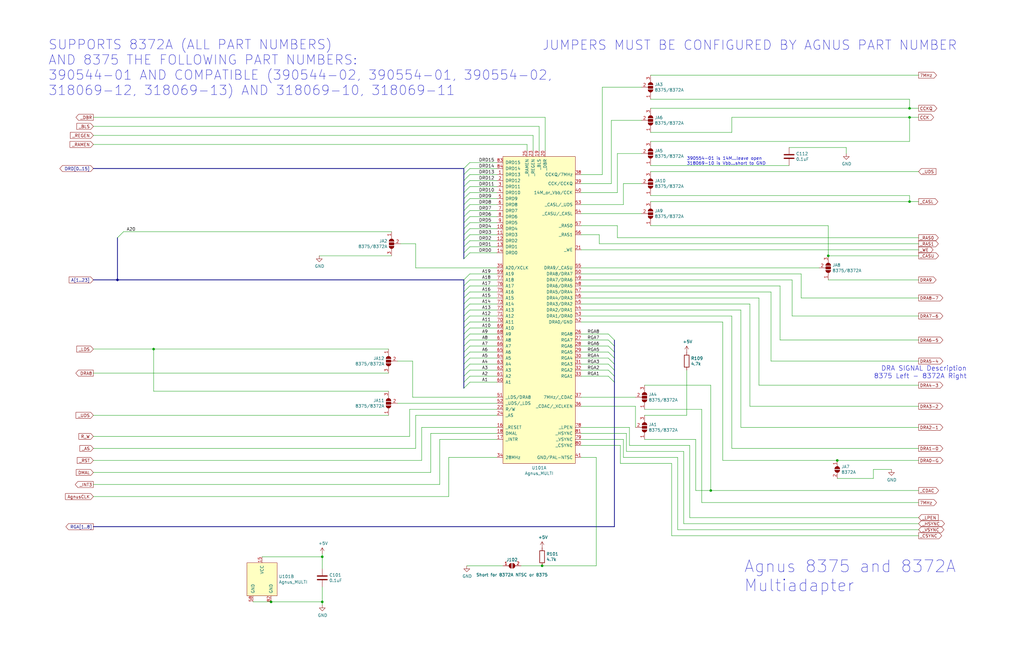
<source format=kicad_sch>
(kicad_sch (version 20230121) (generator eeschema)
  (paper "B")
  (title_block (title "Amiga 2000 EATX") (date "2023-03-10") (rev "3.0"))
  (lib_symbols
    (symbol "2000ATX-rescue:Agnus_MULTI-Amiga-Library" (pin_names (offset 1.016))
      (property "Reference" "U" (at 0 11.43 0))
      (property "Value" "Agnus_MULTI-Amiga-Library" (at 0 0 0))
      (symbol "Agnus_MULTI-Amiga-Library_1_1"
        (rectangle (start -15.24 59.69) (end 15.24 -69.85) (fill (type background)))
        (pin bidirectional line (at -17.78 52.07 0) (length 2.54) (name "DRD13") (number "1"))
        (pin bidirectional line (at -17.78 29.21 0) (length 2.54) (name "DRD4") (number "10"))
        (pin bidirectional line (at -17.78 26.67 0) (length 2.54) (name "DRD3") (number "11"))
        (pin bidirectional line (at -17.78 24.13 0) (length 2.54) (name "DRD2") (number "12"))
        (pin bidirectional line (at -17.78 21.59 0) (length 2.54) (name "DRD1") (number "13"))
        (pin bidirectional line (at -17.78 19.05 0) (length 2.54) (name "DRD0") (number "14"))
        (pin input line (at -17.78 -54.61 0) (length 2.54) (name "_RESET") (number "16"))
        (pin output line (at -17.78 -59.69 0) (length 2.54) (name "_INTR") (number "17"))
        (pin input line (at -17.78 -57.15 0) (length 2.54) (name "DMAL") (number "18"))
        (pin input line (at 0 62.23 270) (length 2.54) (name "_BLS") (number "19"))
        (pin bidirectional line (at -17.78 49.53 0) (length 2.54) (name "DRD12") (number "2"))
        (pin output line (at 2.54 62.23 270) (length 2.54) (name "_DBR") (number "20"))
        (pin output line (at 17.78 20.32 180) (length 2.54) (name "_WE") (number "21"))
        (pin input line (at -17.78 -46.99 0) (length 2.54) (name "R/W") (number "22"))
        (pin input line (at -2.54 62.23 270) (length 2.54) (name "_REGEN") (number "23"))
        (pin input line (at -17.78 -49.53 0) (length 2.54) (name "_AS") (number "24"))
        (pin input line (at -5.08 62.23 270) (length 2.54) (name "_RAMEN") (number "25"))
        (pin output line (at 17.78 -15.24 180) (length 2.54) (name "RGA8") (number "26"))
        (pin output line (at 17.78 -17.78 180) (length 2.54) (name "RGA7") (number "27"))
        (pin output line (at 17.78 -20.32 180) (length 2.54) (name "RGA6") (number "28"))
        (pin output line (at 17.78 -22.86 180) (length 2.54) (name "RGA5") (number "29"))
        (pin bidirectional line (at -17.78 46.99 0) (length 2.54) (name "DRD11") (number "3"))
        (pin output line (at 17.78 -25.4 180) (length 2.54) (name "RGA4") (number "30"))
        (pin output line (at 17.78 -27.94 180) (length 2.54) (name "RGA3") (number "31"))
        (pin output line (at 17.78 -30.48 180) (length 2.54) (name "RGA2") (number "32"))
        (pin output line (at 17.78 -33.02 180) (length 2.54) (name "RGA1") (number "33"))
        (pin output line (at -17.78 -67.31 0) (length 2.54) (name "28MHz") (number "34"))
        (pin bidirectional line (at -17.78 12.7 0) (length 2.54) (name "A20/XCLK") (number "35"))
        (pin output line (at 17.78 -45.72 180) (length 2.54) (name "_CDAC/_XCLEN") (number "36"))
        (pin output line (at 17.78 -41.91 180) (length 2.54) (name "7MHz/_CDAC") (number "37"))
        (pin output line (at 17.78 52.07 180) (length 2.54) (name "CCKQ/7MHz") (number "38"))
        (pin output line (at 17.78 48.26 180) (length 2.54) (name "CCK/CCKQ") (number "39"))
        (pin bidirectional line (at -17.78 44.45 0) (length 2.54) (name "DRD10") (number "4"))
        (pin output line (at 17.78 44.45 180) (length 2.54) (name "14M/CCK") (number "40"))
        (pin input line (at 17.78 -67.31 180) (length 2.54) (name "GND/PAL-NTSC") (number "41"))
        (pin output line (at 17.78 -10.16 180) (length 2.54) (name "DRA0/GND") (number "42"))
        (pin output line (at 17.78 -7.62 180) (length 2.54) (name "DRA1/DRA0") (number "43"))
        (pin output line (at 17.78 -5.08 180) (length 2.54) (name "DRA2/DRA1") (number "44"))
        (pin output line (at 17.78 -2.54 180) (length 2.54) (name "DRA3/DRA2") (number "45"))
        (pin output line (at 17.78 0 180) (length 2.54) (name "DRA4/DRA3") (number "46"))
        (pin output line (at 17.78 2.54 180) (length 2.54) (name "DRA5/DRA4") (number "47"))
        (pin output line (at 17.78 5.08 180) (length 2.54) (name "DRA6/DRA5") (number "48"))
        (pin output line (at 17.78 7.62 180) (length 2.54) (name "DRA7/DRA6") (number "49"))
        (pin bidirectional line (at -17.78 41.91 0) (length 2.54) (name "DRD9") (number "5"))
        (pin output line (at 17.78 10.16 180) (length 2.54) (name "DRA8/DRA7") (number "50"))
        (pin input line (at -17.78 -41.91 0) (length 2.54) (name "_LDS/DRA8") (number "51"))
        (pin input line (at -17.78 -44.45 0) (length 2.54) (name "_UDS/_LDS") (number "52"))
        (pin output line (at 17.78 39.37 180) (length 2.54) (name "_CASL/_UDS") (number "53"))
        (pin output line (at 17.78 35.56 180) (length 2.54) (name "_CASU/_CASL") (number "54"))
        (pin output line (at 17.78 12.7 180) (length 2.54) (name "DRA9/_CASU") (number "55"))
        (pin output line (at 17.78 26.67 180) (length 2.54) (name "_RAS1") (number "56"))
        (pin output line (at 17.78 30.48 180) (length 2.54) (name "_RAS0") (number "57"))
        (pin bidirectional line (at -17.78 10.16 0) (length 2.54) (name "A19") (number "59"))
        (pin bidirectional line (at -17.78 39.37 0) (length 2.54) (name "DRD8") (number "6"))
        (pin bidirectional line (at -17.78 -35.56 0) (length 2.54) (name "A1") (number "60"))
        (pin bidirectional line (at -17.78 -33.02 0) (length 2.54) (name "A2") (number "61"))
        (pin bidirectional line (at -17.78 -30.48 0) (length 2.54) (name "A3") (number "62"))
        (pin bidirectional line (at -17.78 -27.94 0) (length 2.54) (name "A4") (number "63"))
        (pin bidirectional line (at -17.78 -25.4 0) (length 2.54) (name "A5") (number "64"))
        (pin bidirectional line (at -17.78 -22.86 0) (length 2.54) (name "A6") (number "65"))
        (pin bidirectional line (at -17.78 -20.32 0) (length 2.54) (name "A7") (number "66"))
        (pin bidirectional line (at -17.78 -17.78 0) (length 2.54) (name "A8") (number "67"))
        (pin bidirectional line (at -17.78 -15.24 0) (length 2.54) (name "A9") (number "68"))
        (pin bidirectional line (at -17.78 -12.7 0) (length 2.54) (name "A10") (number "69"))
        (pin bidirectional line (at -17.78 36.83 0) (length 2.54) (name "DRD7") (number "7"))
        (pin bidirectional line (at -17.78 -10.16 0) (length 2.54) (name "A11") (number "70"))
        (pin bidirectional line (at -17.78 -7.62 0) (length 2.54) (name "A12") (number "71"))
        (pin bidirectional line (at -17.78 -5.08 0) (length 2.54) (name "A13") (number "72"))
        (pin bidirectional line (at -17.78 -2.54 0) (length 2.54) (name "A14") (number "73"))
        (pin bidirectional line (at -17.78 0 0) (length 2.54) (name "A15") (number "74"))
        (pin bidirectional line (at -17.78 2.54 0) (length 2.54) (name "A16") (number "75"))
        (pin bidirectional line (at -17.78 5.08 0) (length 2.54) (name "A17") (number "76"))
        (pin bidirectional line (at -17.78 7.62 0) (length 2.54) (name "A18") (number "77"))
        (pin input line (at 17.78 -54.61 180) (length 2.54) (name "_LPEN") (number "78"))
        (pin bidirectional line (at 17.78 -59.69 180) (length 2.54) (name "_VSYNC") (number "79"))
        (pin bidirectional line (at -17.78 34.29 0) (length 2.54) (name "DRD6") (number "8"))
        (pin output line (at 17.78 -62.23 180) (length 2.54) (name "_CSYNC") (number "80"))
        (pin bidirectional line (at 17.78 -57.15 180) (length 2.54) (name "_HSYNC") (number "81"))
        (pin bidirectional line (at -17.78 57.15 0) (length 2.54) (name "DRD15") (number "83"))
        (pin bidirectional line (at -17.78 54.61 0) (length 2.54) (name "DRD14") (number "84"))
        (pin bidirectional line (at -17.78 31.75 0) (length 2.54) (name "DRD5") (number "9"))
      )
      (symbol "Agnus_MULTI-Amiga-Library_2_1"
        (rectangle (start -6.35 6.35) (end 6.35 -7.62) (fill (type background)))
        (pin power_in line (at 0 8.89 270) (length 2.54) (name "VCC") (number "15"))
        (pin power_in line (at -3.81 -10.16 90) (length 2.54) (name "GND") (number "58"))
        (pin power_in line (at 3.81 -10.16 90) (length 2.54) (name "GND") (number "82"))
      )
    )
    (symbol "2000ATX-rescue:SolderJumper_3_Open-Jumper" (pin_names (offset 0) hide)
      (property "Reference" "JP" (at -2.54 -2.54 0))
      (property "Value" "Jumper_SolderJumper_3_Open" (at 0 2.794 0))
      (symbol "SolderJumper_3_Open-Jumper_0_1"
        (arc (start -1.016 1.016) (mid -2.0276 0) (end -1.016 -1.016))
        (arc (start -1.016 1.016) (mid -2.0276 0) (end -1.016 -1.016) (fill (type outline)))
        (rectangle (start -0.508 1.016) (end 0.508 -1.016) (fill (type outline)))
        (polyline (pts (xy -2.54 0) (xy -2.032 0)))
        (polyline (pts (xy -1.016 1.016) (xy -1.016 -1.016)))
        (polyline (pts (xy 0 -1.27) (xy 0 -1.016)))
        (polyline (pts (xy 1.016 1.016) (xy 1.016 -1.016)))
        (polyline (pts (xy 2.54 0) (xy 2.032 0)))
        (arc (start 1.016 -1.016) (mid 2.0276 0) (end 1.016 1.016))
        (arc (start 1.016 -1.016) (mid 2.0276 0) (end 1.016 1.016) (fill (type outline)))
      )
      (symbol "SolderJumper_3_Open-Jumper_1_1"
        (pin passive line (at -5.08 0 0) (length 2.54) (name "A") (number "1"))
        (pin input line (at 0 -3.81 90) (length 2.54) (name "C") (number "2"))
        (pin passive line (at 5.08 0 180) (length 2.54) (name "B") (number "3"))
      )
    )
    (symbol "Amiga-Library:Agnus_MULTI" (pin_names (offset 1.016))
      (property "Reference" "U" (at 0 11.43 0))
      (property "Value" "Agnus_MULTI" (at 0 0 0))
      (symbol "Agnus_MULTI_1_1"
        (rectangle (start -15.24 59.69) (end 15.24 -69.85) (fill (type background)))
        (pin bidirectional line (at -17.78 52.07 0) (length 2.54) (name "DRD13") (number "1"))
        (pin bidirectional line (at -17.78 29.21 0) (length 2.54) (name "DRD4") (number "10"))
        (pin bidirectional line (at -17.78 26.67 0) (length 2.54) (name "DRD3") (number "11"))
        (pin bidirectional line (at -17.78 24.13 0) (length 2.54) (name "DRD2") (number "12"))
        (pin bidirectional line (at -17.78 21.59 0) (length 2.54) (name "DRD1") (number "13"))
        (pin bidirectional line (at -17.78 19.05 0) (length 2.54) (name "DRD0") (number "14"))
        (pin input line (at -17.78 -54.61 0) (length 2.54) (name "_RESET") (number "16"))
        (pin output line (at -17.78 -59.69 0) (length 2.54) (name "_INTR") (number "17"))
        (pin input line (at -17.78 -57.15 0) (length 2.54) (name "DMAL") (number "18"))
        (pin input line (at 0 62.23 270) (length 2.54) (name "_BLS") (number "19"))
        (pin bidirectional line (at -17.78 49.53 0) (length 2.54) (name "DRD12") (number "2"))
        (pin output line (at 2.54 62.23 270) (length 2.54) (name "_DBR") (number "20"))
        (pin output line (at 17.78 20.32 180) (length 2.54) (name "_WE") (number "21"))
        (pin input line (at -17.78 -46.99 0) (length 2.54) (name "R/W") (number "22"))
        (pin input line (at -2.54 62.23 270) (length 2.54) (name "_REGEN") (number "23"))
        (pin input line (at -17.78 -49.53 0) (length 2.54) (name "_AS") (number "24"))
        (pin input line (at -5.08 62.23 270) (length 2.54) (name "_RAMEN") (number "25"))
        (pin output line (at 17.78 -15.24 180) (length 2.54) (name "RGA8") (number "26"))
        (pin output line (at 17.78 -17.78 180) (length 2.54) (name "RGA7") (number "27"))
        (pin output line (at 17.78 -20.32 180) (length 2.54) (name "RGA6") (number "28"))
        (pin output line (at 17.78 -22.86 180) (length 2.54) (name "RGA5") (number "29"))
        (pin bidirectional line (at -17.78 46.99 0) (length 2.54) (name "DRD11") (number "3"))
        (pin output line (at 17.78 -25.4 180) (length 2.54) (name "RGA4") (number "30"))
        (pin output line (at 17.78 -27.94 180) (length 2.54) (name "RGA3") (number "31"))
        (pin output line (at 17.78 -30.48 180) (length 2.54) (name "RGA2") (number "32"))
        (pin output line (at 17.78 -33.02 180) (length 2.54) (name "RGA1") (number "33"))
        (pin output line (at -17.78 -67.31 0) (length 2.54) (name "28MHz") (number "34"))
        (pin bidirectional line (at -17.78 12.7 0) (length 2.54) (name "A20/XCLK") (number "35"))
        (pin output line (at 17.78 -45.72 180) (length 2.54) (name "_CDAC/_XCLKEN") (number "36"))
        (pin output line (at 17.78 -41.91 180) (length 2.54) (name "7MHz/_CDAC") (number "37"))
        (pin output line (at 17.78 52.07 180) (length 2.54) (name "CCKQ/7MHz") (number "38"))
        (pin output line (at 17.78 48.26 180) (length 2.54) (name "CCK/CCKQ") (number "39"))
        (pin bidirectional line (at -17.78 44.45 0) (length 2.54) (name "DRD10") (number "4"))
        (pin output line (at 17.78 44.45 180) (length 2.54) (name "14M_or_Vbb/CCK") (number "40"))
        (pin input line (at 17.78 -67.31 180) (length 2.54) (name "GND/PAL-NTSC") (number "41"))
        (pin output line (at 17.78 -10.16 180) (length 2.54) (name "DRA0/GND") (number "42"))
        (pin output line (at 17.78 -7.62 180) (length 2.54) (name "DRA1/DRA0") (number "43"))
        (pin output line (at 17.78 -5.08 180) (length 2.54) (name "DRA2/DRA1") (number "44"))
        (pin output line (at 17.78 -2.54 180) (length 2.54) (name "DRA3/DRA2") (number "45"))
        (pin output line (at 17.78 0 180) (length 2.54) (name "DRA4/DRA3") (number "46"))
        (pin output line (at 17.78 2.54 180) (length 2.54) (name "DRA5/DRA4") (number "47"))
        (pin output line (at 17.78 5.08 180) (length 2.54) (name "DRA6/DRA5") (number "48"))
        (pin output line (at 17.78 7.62 180) (length 2.54) (name "DRA7/DRA6") (number "49"))
        (pin bidirectional line (at -17.78 41.91 0) (length 2.54) (name "DRD9") (number "5"))
        (pin output line (at 17.78 10.16 180) (length 2.54) (name "DRA8/DRA7") (number "50"))
        (pin input line (at -17.78 -41.91 0) (length 2.54) (name "_LDS/DRA8") (number "51"))
        (pin input line (at -17.78 -44.45 0) (length 2.54) (name "_UDS/_LDS") (number "52"))
        (pin output line (at 17.78 39.37 180) (length 2.54) (name "_CASL/_UDS") (number "53"))
        (pin output line (at 17.78 35.56 180) (length 2.54) (name "_CASU/_CASL") (number "54"))
        (pin output line (at 17.78 12.7 180) (length 2.54) (name "DRA9/_CASU") (number "55"))
        (pin output line (at 17.78 26.67 180) (length 2.54) (name "_RAS1") (number "56"))
        (pin output line (at 17.78 30.48 180) (length 2.54) (name "_RAS0") (number "57"))
        (pin bidirectional line (at -17.78 10.16 0) (length 2.54) (name "A19") (number "59"))
        (pin bidirectional line (at -17.78 39.37 0) (length 2.54) (name "DRD8") (number "6"))
        (pin bidirectional line (at -17.78 -35.56 0) (length 2.54) (name "A1") (number "60"))
        (pin bidirectional line (at -17.78 -33.02 0) (length 2.54) (name "A2") (number "61"))
        (pin bidirectional line (at -17.78 -30.48 0) (length 2.54) (name "A3") (number "62"))
        (pin bidirectional line (at -17.78 -27.94 0) (length 2.54) (name "A4") (number "63"))
        (pin bidirectional line (at -17.78 -25.4 0) (length 2.54) (name "A5") (number "64"))
        (pin bidirectional line (at -17.78 -22.86 0) (length 2.54) (name "A6") (number "65"))
        (pin bidirectional line (at -17.78 -20.32 0) (length 2.54) (name "A7") (number "66"))
        (pin bidirectional line (at -17.78 -17.78 0) (length 2.54) (name "A8") (number "67"))
        (pin bidirectional line (at -17.78 -15.24 0) (length 2.54) (name "A9") (number "68"))
        (pin bidirectional line (at -17.78 -12.7 0) (length 2.54) (name "A10") (number "69"))
        (pin bidirectional line (at -17.78 36.83 0) (length 2.54) (name "DRD7") (number "7"))
        (pin bidirectional line (at -17.78 -10.16 0) (length 2.54) (name "A11") (number "70"))
        (pin bidirectional line (at -17.78 -7.62 0) (length 2.54) (name "A12") (number "71"))
        (pin bidirectional line (at -17.78 -5.08 0) (length 2.54) (name "A13") (number "72"))
        (pin bidirectional line (at -17.78 -2.54 0) (length 2.54) (name "A14") (number "73"))
        (pin bidirectional line (at -17.78 0 0) (length 2.54) (name "A15") (number "74"))
        (pin bidirectional line (at -17.78 2.54 0) (length 2.54) (name "A16") (number "75"))
        (pin bidirectional line (at -17.78 5.08 0) (length 2.54) (name "A17") (number "76"))
        (pin bidirectional line (at -17.78 7.62 0) (length 2.54) (name "A18") (number "77"))
        (pin input line (at 17.78 -54.61 180) (length 2.54) (name "_LPEN") (number "78"))
        (pin bidirectional line (at 17.78 -59.69 180) (length 2.54) (name "_VSYNC") (number "79"))
        (pin bidirectional line (at -17.78 34.29 0) (length 2.54) (name "DRD6") (number "8"))
        (pin output line (at 17.78 -62.23 180) (length 2.54) (name "_CSYNC") (number "80"))
        (pin bidirectional line (at 17.78 -57.15 180) (length 2.54) (name "_HSYNC") (number "81"))
        (pin bidirectional line (at -17.78 57.15 0) (length 2.54) (name "DRD15") (number "83"))
        (pin bidirectional line (at -17.78 54.61 0) (length 2.54) (name "DRD14") (number "84"))
        (pin bidirectional line (at -17.78 31.75 0) (length 2.54) (name "DRD5") (number "9"))
      )
      (symbol "Agnus_MULTI_2_1"
        (rectangle (start -6.35 6.35) (end 6.35 -7.62) (fill (type background)))
        (pin power_in line (at 0 8.89 270) (length 2.54) (name "VCC") (number "15"))
        (pin power_in line (at -3.81 -10.16 90) (length 2.54) (name "GND") (number "58"))
        (pin power_in line (at 3.81 -10.16 90) (length 2.54) (name "GND") (number "82"))
      )
    )
    (symbol "Device:C" (pin_numbers hide) (pin_names (offset 0.254))
      (property "Reference" "C" (at 0.635 2.54 0))
      (property "Value" "C" (at 0.635 -2.54 0))
      (symbol "C_0_1"
        (polyline (pts (xy -2.032 -0.762) (xy 2.032 -0.762)) (stroke (width 0.508)))
        (polyline (pts (xy -2.032 0.762) (xy 2.032 0.762)) (stroke (width 0.508)))
      )
      (symbol "C_1_1"
        (pin passive line (at 0 3.81 270) (length 2.794) (name "~") (number "1"))
        (pin passive line (at 0 -3.81 90) (length 2.794) (name "~") (number "2"))
      )
    )
    (symbol "Device:R" (pin_numbers hide) (pin_names (offset 0))
      (property "Reference" "R" (at 2.032 0 90))
      (property "Value" "R" (at 0 0 90))
      (symbol "R_0_1"
        (rectangle (start -1.016 -2.54) (end 1.016 2.54) (stroke (width 0.254)))
      )
      (symbol "R_1_1"
        (pin passive line (at 0 3.81 270) (length 1.27) (name "~") (number "1"))
        (pin passive line (at 0 -3.81 90) (length 1.27) (name "~") (number "2"))
      )
    )
    (symbol "Jumper:SolderJumper_2_Open" (pin_names (offset 0) hide)
      (property "Reference" "JP" (at 0 2.032 0))
      (property "Value" "SolderJumper_2_Open" (at 0 -2.54 0))
      (symbol "SolderJumper_2_Open_0_1"
        (arc (start -0.254 1.016) (mid -1.2656 0) (end -0.254 -1.016))
        (arc (start -0.254 1.016) (mid -1.2656 0) (end -0.254 -1.016) (fill (type outline)))
        (polyline (pts (xy -0.254 1.016) (xy -0.254 -1.016)))
        (polyline (pts (xy 0.254 1.016) (xy 0.254 -1.016)))
        (arc (start 0.254 -1.016) (mid 1.2656 0) (end 0.254 1.016))
        (arc (start 0.254 -1.016) (mid 1.2656 0) (end 0.254 1.016) (fill (type outline)))
      )
      (symbol "SolderJumper_2_Open_1_1"
        (pin passive line (at -3.81 0 0) (length 2.54) (name "A") (number "1"))
        (pin passive line (at 3.81 0 180) (length 2.54) (name "B") (number "2"))
      )
    )
    (symbol "power:+5V" (power) (pin_names (offset 0))
      (property "Value" "+5V" (at 0 3.556 0))
      (symbol "+5V_0_1"
        (polyline (pts (xy -0.762 1.27) (xy 0 2.54)))
        (polyline (pts (xy 0 0) (xy 0 2.54)))
        (polyline (pts (xy 0 2.54) (xy 0.762 1.27)))
      )
      (symbol "+5V_1_1"
        (pin power_in line (at 0 0 90) (length 0) hide (name "+5V") (number "1"))
      )
    )
    (symbol "power:GND" (power) (pin_names (offset 0))
      (property "Value" "GND" (at 0 -3.81 0))
      (symbol "GND_0_1"
        (polyline (pts (xy 0 0) (xy 0 -1.27) (xy 1.27 -1.27) (xy 0 -2.54) (xy -1.27 -1.27) (xy 0 -1.27)))
      )
      (symbol "GND_1_1"
        (pin power_in line (at 0 0 270) (length 0) hide (name "GND") (number "1"))
      )
    )
  )
  (junction (at 353.06 194.31))
  (junction (at 114.3 254))
  (junction (at 383.54 45.72))
  (junction (at 228.6 238.76))
  (junction (at 135.89 234.95))
  (junction (at 299.72 207.01))
  (junction (at 64.77 147.32))
  (junction (at 49.53 118.11))
  (junction (at 383.54 85.09))
  (junction (at 135.89 254))
  (junction (at 383.54 49.53))
  (junction (at 349.25 107.95))
  (bus_entry (at 198.12 78.74) (size -2.54 2.54))
  (bus_entry (at 198.12 158.75) (size -2.54 2.54))
  (bus_entry (at 198.12 96.52) (size -2.54 2.54))
  (bus_entry (at 256.54 148.59) (size 2.54 2.54))
  (bus_entry (at 198.12 140.97) (size -2.54 2.54))
  (bus_entry (at 198.12 118.11) (size -2.54 2.54))
  (bus_entry (at 256.54 151.13) (size 2.54 2.54))
  (bus_entry (at 198.12 71.12) (size -2.54 2.54))
  (bus_entry (at 256.54 140.97) (size 2.54 2.54))
  (bus_entry (at 198.12 128.27) (size -2.54 2.54))
  (bus_entry (at 198.12 81.28) (size -2.54 2.54))
  (bus_entry (at 256.54 146.05) (size 2.54 2.54))
  (bus_entry (at 198.12 138.43) (size -2.54 2.54))
  (bus_entry (at 198.12 156.21) (size -2.54 2.54))
  (bus_entry (at 198.12 99.06) (size -2.54 2.54))
  (bus_entry (at 198.12 73.66) (size -2.54 2.54))
  (bus_entry (at 198.12 68.58) (size -2.54 2.54))
  (bus_entry (at 198.12 93.98) (size -2.54 2.54))
  (bus_entry (at 198.12 83.82) (size -2.54 2.54))
  (bus_entry (at 198.12 123.19) (size -2.54 2.54))
  (bus_entry (at 198.12 120.65) (size -2.54 2.54))
  (bus_entry (at 198.12 143.51) (size -2.54 2.54))
  (bus_entry (at 198.12 125.73) (size -2.54 2.54))
  (bus_entry (at 256.54 153.67) (size 2.54 2.54))
  (bus_entry (at 256.54 143.51) (size 2.54 2.54))
  (bus_entry (at 198.12 151.13) (size -2.54 2.54))
  (bus_entry (at 198.12 115.57) (size -2.54 2.54))
  (bus_entry (at 198.12 101.6) (size -2.54 2.54))
  (bus_entry (at 256.54 158.75) (size 2.54 2.54))
  (bus_entry (at 198.12 88.9) (size -2.54 2.54))
  (bus_entry (at 198.12 135.89) (size -2.54 2.54))
  (bus_entry (at 198.12 133.35) (size -2.54 2.54))
  (bus_entry (at 198.12 130.81) (size -2.54 2.54))
  (bus_entry (at 198.12 161.29) (size -2.54 2.54))
  (bus_entry (at 198.12 106.68) (size -2.54 2.54))
  (bus_entry (at 198.12 86.36) (size -2.54 2.54))
  (bus_entry (at 198.12 104.14) (size -2.54 2.54))
  (bus_entry (at 198.12 153.67) (size -2.54 2.54))
  (bus_entry (at 52.07 97.79) (size -2.54 2.54))
  (bus_entry (at 256.54 156.21) (size 2.54 2.54))
  (bus_entry (at 198.12 146.05) (size -2.54 2.54))
  (bus_entry (at 198.12 148.59) (size -2.54 2.54))
  (bus_entry (at 198.12 91.44) (size -2.54 2.54))
  (bus_entry (at 198.12 76.2) (size -2.54 2.54))
  (wire (pts (xy 245.11 193.04) (xy 251.46 193.04)))
  (wire (pts (xy 168.91 102.87) (xy 175.26 102.87)))
  (bus (pts (xy 259.08 158.75) (xy 259.08 161.29)))
  (wire (pts (xy 387.35 102.87) (xy 252.73 102.87)))
  (wire (pts (xy 308.61 55.88) (xy 308.61 49.53)))
  (wire (pts (xy 165.1 97.79) (xy 52.07 97.79)))
  (bus (pts (xy 195.58 71.12) (xy 39.37 71.12)))
  (wire (pts (xy 288.29 220.98) (xy 387.35 220.98)))
  (wire (pts (xy 163.83 157.48) (xy 39.37 157.48)))
  (wire (pts (xy 165.1 107.95) (xy 134.62 107.95)))
  (wire (pts (xy 209.55 130.81) (xy 198.12 130.81)))
  (wire (pts (xy 209.55 106.68) (xy 198.12 106.68)))
  (wire (pts (xy 312.42 180.34) (xy 387.35 180.34)))
  (wire (pts (xy 209.55 125.73) (xy 198.12 125.73)))
  (wire (pts (xy 245.11 167.64) (xy 267.97 167.64)))
  (wire (pts (xy 245.11 120.65) (xy 328.93 120.65)))
  (bus (pts (xy 195.58 91.44) (xy 195.58 93.98)))
  (wire (pts (xy 262.89 86.36) (xy 262.89 77.47)))
  (wire (pts (xy 289.56 175.26) (xy 289.56 156.21)))
  (bus (pts (xy 259.08 146.05) (xy 259.08 148.59)))
  (wire (pts (xy 332.74 62.23) (xy 356.87 62.23)))
  (wire (pts (xy 245.11 158.75) (xy 256.54 158.75)))
  (wire (pts (xy 163.83 175.26) (xy 39.37 175.26)))
  (bus (pts (xy 259.08 151.13) (xy 259.08 153.67)))
  (wire (pts (xy 288.29 190.5) (xy 288.29 220.98)))
  (wire (pts (xy 209.55 193.04) (xy 189.23 193.04)))
  (wire (pts (xy 387.35 125.73) (xy 337.82 125.73)))
  (wire (pts (xy 245.11 180.34) (xy 265.43 180.34)))
  (wire (pts (xy 257.81 77.47) (xy 257.81 50.8)))
  (bus (pts (xy 259.08 156.21) (xy 259.08 158.75)))
  (wire (pts (xy 245.11 86.36) (xy 262.89 86.36)))
  (wire (pts (xy 185.42 185.42) (xy 185.42 204.47)))
  (bus (pts (xy 195.58 101.6) (xy 195.58 104.14)))
  (wire (pts (xy 209.55 140.97) (xy 198.12 140.97)))
  (wire (pts (xy 387.35 189.23) (xy 308.61 189.23)))
  (wire (pts (xy 260.35 64.77) (xy 270.51 64.77)))
  (wire (pts (xy 181.61 182.88) (xy 181.61 199.39)))
  (wire (pts (xy 257.81 50.8) (xy 270.51 50.8)))
  (wire (pts (xy 356.87 64.77) (xy 356.87 62.23)))
  (wire (pts (xy 262.89 185.42) (xy 262.89 193.04)))
  (wire (pts (xy 245.11 77.47) (xy 257.81 77.47)))
  (wire (pts (xy 110.49 234.95) (xy 135.89 234.95)))
  (wire (pts (xy 261.62 187.96) (xy 261.62 195.58)))
  (wire (pts (xy 349.25 107.95) (xy 387.35 107.95)))
  (wire (pts (xy 334.01 133.35) (xy 334.01 118.11)))
  (wire (pts (xy 135.89 234.95) (xy 135.89 233.68)))
  (wire (pts (xy 209.55 118.11) (xy 198.12 118.11)))
  (wire (pts (xy 209.55 153.67) (xy 198.12 153.67)))
  (wire (pts (xy 135.89 247.65) (xy 135.89 254)))
  (wire (pts (xy 175.26 113.03) (xy 209.55 113.03)))
  (bus (pts (xy 195.58 99.06) (xy 195.58 101.6)))
  (wire (pts (xy 304.8 194.31) (xy 304.8 135.89)))
  (wire (pts (xy 308.61 189.23) (xy 308.61 133.35)))
  (wire (pts (xy 260.35 100.33) (xy 387.35 100.33)))
  (wire (pts (xy 254 36.83) (xy 270.51 36.83)))
  (wire (pts (xy 387.35 152.4) (xy 325.12 152.4)))
  (bus (pts (xy 195.58 78.74) (xy 195.58 81.28)))
  (wire (pts (xy 271.78 185.42) (xy 293.37 185.42)))
  (wire (pts (xy 252.73 99.06) (xy 245.11 99.06)))
  (bus (pts (xy 195.58 133.35) (xy 195.58 135.89)))
  (wire (pts (xy 383.54 45.72) (xy 387.35 45.72)))
  (wire (pts (xy 245.11 115.57) (xy 337.82 115.57)))
  (wire (pts (xy 222.25 63.5) (xy 222.25 60.96)))
  (bus (pts (xy 49.53 118.11) (xy 39.37 118.11)))
  (wire (pts (xy 274.32 31.75) (xy 387.35 31.75)))
  (wire (pts (xy 245.11 90.17) (xy 270.51 90.17)))
  (wire (pts (xy 177.8 180.34) (xy 177.8 194.31)))
  (bus (pts (xy 195.58 71.12) (xy 195.58 73.66)))
  (bus (pts (xy 195.58 125.73) (xy 195.58 128.27)))
  (wire (pts (xy 262.89 193.04) (xy 285.75 193.04)))
  (bus (pts (xy 259.08 148.59) (xy 259.08 151.13)))
  (wire (pts (xy 245.11 148.59) (xy 256.54 148.59)))
  (wire (pts (xy 209.55 76.2) (xy 198.12 76.2)))
  (wire (pts (xy 274.32 55.88) (xy 308.61 55.88)))
  (wire (pts (xy 64.77 147.32) (xy 39.37 147.32)))
  (wire (pts (xy 222.25 60.96) (xy 39.37 60.96)))
  (wire (pts (xy 209.55 115.57) (xy 198.12 115.57)))
  (wire (pts (xy 177.8 194.31) (xy 39.37 194.31)))
  (bus (pts (xy 259.08 161.29) (xy 259.08 222.25)))
  (bus (pts (xy 195.58 146.05) (xy 195.58 148.59)))
  (wire (pts (xy 274.32 45.72) (xy 383.54 45.72)))
  (wire (pts (xy 209.55 104.14) (xy 198.12 104.14)))
  (wire (pts (xy 163.83 165.1) (xy 64.77 165.1)))
  (bus (pts (xy 195.58 135.89) (xy 195.58 138.43)))
  (wire (pts (xy 368.3 198.12) (xy 375.92 198.12)))
  (bus (pts (xy 195.58 118.11) (xy 49.53 118.11)))
  (wire (pts (xy 316.23 171.45) (xy 316.23 128.27)))
  (wire (pts (xy 228.6 238.76) (xy 219.71 238.76)))
  (bus (pts (xy 195.58 104.14) (xy 195.58 106.68)))
  (bus (pts (xy 259.08 153.67) (xy 259.08 156.21)))
  (wire (pts (xy 267.97 180.34) (xy 267.97 171.45)))
  (wire (pts (xy 271.78 175.26) (xy 289.56 175.26)))
  (wire (pts (xy 283.21 195.58) (xy 283.21 226.06)))
  (bus (pts (xy 49.53 100.33) (xy 49.53 118.11)))
  (wire (pts (xy 320.04 162.56) (xy 387.35 162.56)))
  (wire (pts (xy 209.55 93.98) (xy 198.12 93.98)))
  (bus (pts (xy 259.08 143.51) (xy 259.08 146.05)))
  (bus (pts (xy 195.58 93.98) (xy 195.58 96.52)))
  (bus (pts (xy 195.58 76.2) (xy 195.58 78.74)))
  (wire (pts (xy 227.33 63.5) (xy 227.33 53.34)))
  (wire (pts (xy 173.99 167.64) (xy 173.99 152.4)))
  (bus (pts (xy 195.58 86.36) (xy 195.58 88.9)))
  (bus (pts (xy 195.58 130.81) (xy 195.58 133.35)))
  (wire (pts (xy 245.11 81.28) (xy 260.35 81.28)))
  (wire (pts (xy 227.33 53.34) (xy 39.37 53.34)))
  (wire (pts (xy 387.35 133.35) (xy 334.01 133.35)))
  (bus (pts (xy 195.58 73.66) (xy 195.58 76.2)))
  (wire (pts (xy 245.11 125.73) (xy 320.04 125.73)))
  (wire (pts (xy 264.16 190.5) (xy 288.29 190.5)))
  (wire (pts (xy 245.11 113.03) (xy 345.44 113.03)))
  (wire (pts (xy 261.62 195.58) (xy 283.21 195.58)))
  (wire (pts (xy 325.12 152.4) (xy 325.12 123.19)))
  (wire (pts (xy 267.97 171.45) (xy 245.11 171.45)))
  (wire (pts (xy 209.55 185.42) (xy 185.42 185.42)))
  (wire (pts (xy 328.93 143.51) (xy 387.35 143.51)))
  (wire (pts (xy 245.11 95.25) (xy 260.35 95.25)))
  (wire (pts (xy 251.46 193.04) (xy 251.46 238.76)))
  (wire (pts (xy 209.55 138.43) (xy 198.12 138.43)))
  (bus (pts (xy 195.58 161.29) (xy 195.58 163.83)))
  (wire (pts (xy 245.11 118.11) (xy 334.01 118.11)))
  (wire (pts (xy 209.55 158.75) (xy 198.12 158.75)))
  (wire (pts (xy 308.61 49.53) (xy 383.54 49.53)))
  (wire (pts (xy 209.55 133.35) (xy 198.12 133.35)))
  (wire (pts (xy 114.3 254) (xy 135.89 254)))
  (bus (pts (xy 195.58 143.51) (xy 195.58 146.05)))
  (wire (pts (xy 274.32 85.09) (xy 383.54 85.09)))
  (wire (pts (xy 285.75 193.04) (xy 285.75 223.52)))
  (wire (pts (xy 264.16 182.88) (xy 264.16 190.5)))
  (wire (pts (xy 328.93 120.65) (xy 328.93 143.51)))
  (wire (pts (xy 172.72 184.15) (xy 39.37 184.15)))
  (wire (pts (xy 368.3 201.93) (xy 368.3 198.12)))
  (wire (pts (xy 383.54 41.91) (xy 383.54 45.72)))
  (wire (pts (xy 209.55 81.28) (xy 198.12 81.28)))
  (wire (pts (xy 163.83 147.32) (xy 64.77 147.32)))
  (wire (pts (xy 209.55 68.58) (xy 198.12 68.58)))
  (wire (pts (xy 189.23 193.04) (xy 189.23 209.55)))
  (wire (pts (xy 271.78 172.72) (xy 295.91 172.72)))
  (bus (pts (xy 195.58 153.67) (xy 195.58 156.21)))
  (wire (pts (xy 64.77 147.32) (xy 64.77 165.1)))
  (wire (pts (xy 229.87 63.5) (xy 229.87 49.53)))
  (wire (pts (xy 299.72 162.56) (xy 299.72 207.01)))
  (wire (pts (xy 290.83 218.44) (xy 387.35 218.44)))
  (wire (pts (xy 209.55 167.64) (xy 173.99 167.64)))
  (wire (pts (xy 387.35 171.45) (xy 316.23 171.45)))
  (wire (pts (xy 189.23 209.55) (xy 39.37 209.55)))
  (wire (pts (xy 295.91 212.09) (xy 387.35 212.09)))
  (wire (pts (xy 383.54 82.55) (xy 383.54 85.09)))
  (bus (pts (xy 195.58 96.52) (xy 195.58 99.06)))
  (wire (pts (xy 312.42 130.81) (xy 312.42 180.34)))
  (wire (pts (xy 283.21 226.06) (xy 387.35 226.06)))
  (wire (pts (xy 274.32 95.25) (xy 349.25 95.25)))
  (wire (pts (xy 290.83 187.96) (xy 290.83 218.44)))
  (wire (pts (xy 245.11 133.35) (xy 308.61 133.35)))
  (wire (pts (xy 383.54 85.09) (xy 387.35 85.09)))
  (wire (pts (xy 209.55 172.72) (xy 172.72 172.72)))
  (wire (pts (xy 209.55 91.44) (xy 198.12 91.44)))
  (bus (pts (xy 195.58 128.27) (xy 195.58 130.81)))
  (wire (pts (xy 135.89 254) (xy 135.89 255.27)))
  (wire (pts (xy 260.35 81.28) (xy 260.35 64.77)))
  (wire (pts (xy 229.87 49.53) (xy 39.37 49.53)))
  (wire (pts (xy 285.75 223.52) (xy 387.35 223.52)))
  (wire (pts (xy 209.55 170.18) (xy 167.64 170.18)))
  (bus (pts (xy 259.08 222.25) (xy 39.37 222.25)))
  (wire (pts (xy 274.32 59.69) (xy 383.54 59.69)))
  (wire (pts (xy 209.55 182.88) (xy 181.61 182.88)))
  (bus (pts (xy 195.58 151.13) (xy 195.58 153.67)))
  (wire (pts (xy 209.55 151.13) (xy 198.12 151.13)))
  (wire (pts (xy 265.43 180.34) (xy 265.43 187.96)))
  (wire (pts (xy 245.11 187.96) (xy 261.62 187.96)))
  (wire (pts (xy 209.55 99.06) (xy 198.12 99.06)))
  (wire (pts (xy 209.55 148.59) (xy 198.12 148.59)))
  (wire (pts (xy 106.68 254) (xy 114.3 254)))
  (bus (pts (xy 195.58 158.75) (xy 195.58 161.29)))
  (wire (pts (xy 383.54 59.69) (xy 383.54 49.53)))
  (bus (pts (xy 195.58 106.68) (xy 195.58 109.22)))
  (wire (pts (xy 181.61 199.39) (xy 39.37 199.39)))
  (wire (pts (xy 175.26 102.87) (xy 175.26 113.03)))
  (wire (pts (xy 383.54 49.53) (xy 387.35 49.53)))
  (wire (pts (xy 271.78 162.56) (xy 299.72 162.56)))
  (wire (pts (xy 349.25 118.11) (xy 387.35 118.11)))
  (wire (pts (xy 245.11 182.88) (xy 264.16 182.88)))
  (wire (pts (xy 209.55 123.19) (xy 198.12 123.19)))
  (wire (pts (xy 209.55 120.65) (xy 198.12 120.65)))
  (wire (pts (xy 209.55 86.36) (xy 198.12 86.36)))
  (wire (pts (xy 295.91 172.72) (xy 295.91 212.09)))
  (wire (pts (xy 245.11 130.81) (xy 312.42 130.81)))
  (wire (pts (xy 212.09 238.76) (xy 196.85 238.76)))
  (wire (pts (xy 245.11 135.89) (xy 304.8 135.89)))
  (wire (pts (xy 209.55 71.12) (xy 198.12 71.12)))
  (wire (pts (xy 173.99 152.4) (xy 167.64 152.4)))
  (wire (pts (xy 175.26 189.23) (xy 39.37 189.23)))
  (bus (pts (xy 195.58 118.11) (xy 195.58 120.65)))
  (wire (pts (xy 245.11 156.21) (xy 256.54 156.21)))
  (wire (pts (xy 260.35 95.25) (xy 260.35 100.33)))
  (wire (pts (xy 337.82 125.73) (xy 337.82 115.57)))
  (wire (pts (xy 209.55 143.51) (xy 198.12 143.51)))
  (wire (pts (xy 135.89 240.03) (xy 135.89 234.95)))
  (wire (pts (xy 172.72 172.72) (xy 172.72 184.15)))
  (wire (pts (xy 320.04 162.56) (xy 320.04 125.73)))
  (wire (pts (xy 251.46 238.76) (xy 228.6 238.76)))
  (wire (pts (xy 209.55 180.34) (xy 177.8 180.34)))
  (wire (pts (xy 224.79 57.15) (xy 39.37 57.15)))
  (bus (pts (xy 195.58 88.9) (xy 195.58 91.44)))
  (wire (pts (xy 209.55 146.05) (xy 198.12 146.05)))
  (wire (pts (xy 262.89 77.47) (xy 270.51 77.47)))
  (wire (pts (xy 224.79 63.5) (xy 224.79 57.15)))
  (wire (pts (xy 353.06 194.31) (xy 387.35 194.31)))
  (wire (pts (xy 254 73.66) (xy 254 36.83)))
  (wire (pts (xy 209.55 88.9) (xy 198.12 88.9)))
  (wire (pts (xy 209.55 96.52) (xy 198.12 96.52)))
  (wire (pts (xy 185.42 204.47) (xy 39.37 204.47)))
  (wire (pts (xy 274.32 72.39) (xy 387.35 72.39)))
  (wire (pts (xy 245.11 140.97) (xy 256.54 140.97)))
  (bus (pts (xy 195.58 148.59) (xy 195.58 151.13)))
  (bus (pts (xy 195.58 123.19) (xy 195.58 125.73)))
  (wire (pts (xy 349.25 95.25) (xy 349.25 107.95)))
  (wire (pts (xy 209.55 135.89) (xy 198.12 135.89)))
  (wire (pts (xy 274.32 82.55) (xy 383.54 82.55)))
  (bus (pts (xy 195.58 140.97) (xy 195.58 143.51)))
  (wire (pts (xy 299.72 207.01) (xy 387.35 207.01)))
  (wire (pts (xy 209.55 83.82) (xy 198.12 83.82)))
  (wire (pts (xy 209.55 78.74) (xy 198.12 78.74)))
  (wire (pts (xy 293.37 185.42) (xy 293.37 207.01)))
  (bus (pts (xy 195.58 83.82) (xy 195.58 86.36)))
  (wire (pts (xy 274.32 41.91) (xy 383.54 41.91)))
  (bus (pts (xy 195.58 81.28) (xy 195.58 83.82)))
  (wire (pts (xy 209.55 73.66) (xy 198.12 73.66)))
  (wire (pts (xy 209.55 175.26) (xy 175.26 175.26)))
  (wire (pts (xy 299.72 207.01) (xy 293.37 207.01)))
  (wire (pts (xy 209.55 128.27) (xy 198.12 128.27)))
  (wire (pts (xy 245.11 123.19) (xy 325.12 123.19)))
  (wire (pts (xy 245.11 185.42) (xy 262.89 185.42)))
  (wire (pts (xy 245.11 151.13) (xy 256.54 151.13)))
  (wire (pts (xy 209.55 161.29) (xy 198.12 161.29)))
  (wire (pts (xy 245.11 73.66) (xy 254 73.66)))
  (bus (pts (xy 195.58 156.21) (xy 195.58 158.75)))
  (wire (pts (xy 245.11 146.05) (xy 256.54 146.05)))
  (wire (pts (xy 353.06 194.31) (xy 304.8 194.31)))
  (wire (pts (xy 245.11 105.41) (xy 387.35 105.41)))
  (wire (pts (xy 209.55 156.21) (xy 198.12 156.21)))
  (wire (pts (xy 332.74 69.85) (xy 274.32 69.85)))
  (wire (pts (xy 265.43 187.96) (xy 290.83 187.96)))
  (wire (pts (xy 209.55 101.6) (xy 198.12 101.6)))
  (wire (pts (xy 245.11 128.27) (xy 316.23 128.27)))
  (bus (pts (xy 195.58 120.65) (xy 195.58 123.19)))
  (wire (pts (xy 252.73 102.87) (xy 252.73 99.06)))
  (wire (pts (xy 245.11 153.67) (xy 256.54 153.67)))
  (wire (pts (xy 245.11 143.51) (xy 256.54 143.51)))
  (wire (pts (xy 175.26 175.26) (xy 175.26 189.23)))
  (wire (pts (xy 353.06 201.93) (xy 368.3 201.93)))
  (bus (pts (xy 195.58 138.43) (xy 195.58 140.97)))
  (text "390554-01 is 14M...leave open\n318069-10 is Vbb...short to GND" (at 289.56 69.85 0) (effects (font (size 1.2954 1.2954)) (justify left bottom)))
  (text "DRA SIGNAL Description\n8375 Left - 8372A Right" (at 407.67 160.02 0) (effects (font (size 2.0066 2.0066)) (justify right bottom)))
  (text "SUPPORTS 8372A (ALL PART NUMBERS)\nAND 8375 THE FOLLOWING PART NUMBERS:\n390544-01 AND COMPATIBLE (390544-02, 390554-01, 390554-02, \n318069-12, 318069-13) AND 318069-10, 318069-11" (at 20.32 40.64 0) (effects (font (size 3.9878 3.9878)) (justify left bottom)))
  (text "Agnus 8375 and 8372A\nMultiadapter" (at 313.69 250.19 0) (effects (font (size 5.0038 5.0038)) (justify left bottom)))
  (text "JUMPERS MUST BE CONFIGURED BY AGNUS PART NUMBER" (at 228.6 21.59 0) (effects (font (size 3.9878 3.9878)) (justify left bottom)))
  (label "DRD1" (at 201.93 104.14 0) (effects (font (size 1.2954 1.2954))))
  (label "DRD0" (at 201.93 106.68 0) (effects (font (size 1.2954 1.2954))))
  (label "DRD2" (at 201.93 101.6 0) (effects (font (size 1.2954 1.2954))))
  (label "A2" (at 203.2 158.75 0) (effects (font (size 1.2954 1.2954))))
  (label "RGA3" (at 247.65 153.67 0) (effects (font (size 1.2954 1.2954))))
  (label "RGA1" (at 247.65 158.75 0) (effects (font (size 1.2954 1.2954))))
  (label "DRD14" (at 201.93 71.12 0) (effects (font (size 1.2954 1.2954))))
  (label "A18" (at 203.2 118.11 0) (effects (font (size 1.2954 1.2954))))
  (label "A10" (at 203.2 138.43 0) (effects (font (size 1.2954 1.2954))))
  (label "DRD13" (at 201.93 73.66 0) (effects (font (size 1.2954 1.2954))))
  (label "DRD15" (at 201.93 68.58 0) (effects (font (size 1.2954 1.2954))))
  (label "A9" (at 203.2 140.97 0) (effects (font (size 1.2954 1.2954))))
  (label "A13" (at 203.2 130.81 0) (effects (font (size 1.2954 1.2954))))
  (label "A11" (at 203.2 135.89 0) (effects (font (size 1.2954 1.2954))))
  (label "A3" (at 203.2 156.21 0) (effects (font (size 1.2954 1.2954))))
  (label "A12" (at 203.2 133.35 0) (effects (font (size 1.2954 1.2954))))
  (label "A1" (at 203.2 161.29 0) (effects (font (size 1.2954 1.2954))))
  (label "DRD5" (at 201.93 93.98 0) (effects (font (size 1.2954 1.2954))))
  (label "DRD10" (at 201.93 81.28 0) (effects (font (size 1.2954 1.2954))))
  (label "DRD8" (at 201.93 86.36 0) (effects (font (size 1.2954 1.2954))))
  (label "DRD11" (at 201.93 78.74 0) (effects (font (size 1.2954 1.2954))))
  (label "A19" (at 203.2 115.57 0) (effects (font (size 1.2954 1.2954))))
  (label "A4" (at 203.2 153.67 0) (effects (font (size 1.2954 1.2954))))
  (label "DRD3" (at 201.93 99.06 0) (effects (font (size 1.2954 1.2954))))
  (label "A16" (at 203.2 123.19 0) (effects (font (size 1.2954 1.2954))))
  (label "A5" (at 203.2 151.13 0) (effects (font (size 1.2954 1.2954))))
  (label "DRD6" (at 201.93 91.44 0) (effects (font (size 1.2954 1.2954))))
  (label "DRD7" (at 201.93 88.9 0) (effects (font (size 1.2954 1.2954))))
  (label "A17" (at 203.2 120.65 0) (effects (font (size 1.2954 1.2954))))
  (label "RGA6" (at 247.65 146.05 0) (effects (font (size 1.2954 1.2954))))
  (label "A20" (at 57.15 97.79 180) (effects (font (size 1.2954 1.2954))))
  (label "DRD12" (at 201.93 76.2 0) (effects (font (size 1.2954 1.2954))))
  (label "RGA2" (at 247.65 156.21 0) (effects (font (size 1.2954 1.2954))))
  (label "DRD9" (at 201.93 83.82 0) (effects (font (size 1.2954 1.2954))))
  (label "RGA5" (at 247.65 148.59 0) (effects (font (size 1.2954 1.2954))))
  (label "A6" (at 203.2 148.59 0) (effects (font (size 1.2954 1.2954))))
  (label "A15" (at 203.2 125.73 0) (effects (font (size 1.2954 1.2954))))
  (label "RGA7" (at 247.65 143.51 0) (effects (font (size 1.2954 1.2954))))
  (label "A7" (at 203.2 146.05 0) (effects (font (size 1.2954 1.2954))))
  (label "A14" (at 203.2 128.27 0) (effects (font (size 1.2954 1.2954))))
  (label "RGA4" (at 247.65 151.13 0) (effects (font (size 1.2954 1.2954))))
  (label "RGA8" (at 247.65 140.97 0) (effects (font (size 1.2954 1.2954))))
  (label "A8" (at 203.2 143.51 0) (effects (font (size 1.2954 1.2954))))
  (label "DRD4" (at 201.93 96.52 0) (effects (font (size 1.2954 1.2954))))
  (global_label "_HSYNC" (shape bidirectional) (at 387.35 220.98 0) (effects (font (size 1.2954 1.2954))) (property "Intersheetrefs" "${INTERSHEET_REFS}" (effects hide)))
  (global_label "_RST" (shape input) (at 39.37 194.31 180) (property "Intersheetrefs" "${INTERSHEET_REFS}" (effects hide)))
  (global_label "_AS" (shape input) (at 39.37 189.23 180) (property "Intersheetrefs" "${INTERSHEET_REFS}" (effects hide)))
  (global_label "DRA4-3" (shape output) (at 387.35 162.56 0) (effects (font (size 1.2954 1.2954))) (property "Intersheetrefs" "${INTERSHEET_REFS}" (effects hide)))
  (global_label "_CASL" (shape output) (at 387.35 85.09 0) (effects (font (size 1.2954 1.2954))) (property "Intersheetrefs" "${INTERSHEET_REFS}" (effects hide)))
  (global_label "DRA6-5" (shape output) (at 387.35 143.51 0) (effects (font (size 1.2954 1.2954))) (property "Intersheetrefs" "${INTERSHEET_REFS}" (effects hide)))
  (global_label "DRA1-0" (shape output) (at 387.35 189.23 0) (effects (font (size 1.2954 1.2954))) (property "Intersheetrefs" "${INTERSHEET_REFS}" (effects hide)))
  (global_label "7MHz" (shape output) (at 387.35 31.75 0) (effects (font (size 1.2954 1.2954))) (property "Intersheetrefs" "${INTERSHEET_REFS}" (effects hide)))
  (global_label "7MHz" (shape output) (at 387.35 212.09 0) (effects (font (size 1.2954 1.2954))) (property "Intersheetrefs" "${INTERSHEET_REFS}" (effects hide)))
  (global_label "_UDS" (shape input) (at 39.37 175.26 180) (effects (font (size 1.2954 1.2954))) (property "Intersheetrefs" "${INTERSHEET_REFS}" (effects hide)))
  (global_label "_CDAC" (shape output) (at 387.35 207.01 0) (effects (font (size 1.2954 1.2954))) (property "Intersheetrefs" "${INTERSHEET_REFS}" (effects hide)))
  (global_label "_RAS1" (shape output) (at 387.35 102.87 0) (effects (font (size 1.2954 1.2954))) (property "Intersheetrefs" "${INTERSHEET_REFS}" (effects hide)))
  (global_label "_UDS" (shape input) (at 387.35 72.39 0) (effects (font (size 1.2954 1.2954))) (property "Intersheetrefs" "${INTERSHEET_REFS}" (effects hide)))
  (global_label "_BLS" (shape input) (at 39.37 53.34 180) (effects (font (size 1.2954 1.2954))) (property "Intersheetrefs" "${INTERSHEET_REFS}" (effects hide)))
  (global_label "DRA9" (shape output) (at 387.35 118.11 0) (effects (font (size 1.2954 1.2954))) (property "Intersheetrefs" "${INTERSHEET_REFS}" (effects hide)))
  (global_label "DRA8" (shape output) (at 39.37 157.48 180) (effects (font (size 1.2954 1.2954))) (property "Intersheetrefs" "${INTERSHEET_REFS}" (effects hide)))
  (global_label "_CASU" (shape output) (at 387.35 107.95 0) (effects (font (size 1.2954 1.2954))) (property "Intersheetrefs" "${INTERSHEET_REFS}" (effects hide)))
  (global_label "_LPEN" (shape input) (at 387.35 218.44 0) (effects (font (size 1.2954 1.2954))) (property "Intersheetrefs" "${INTERSHEET_REFS}" (effects hide)))
  (global_label "A[1..23]" (shape input) (at 39.37 118.11 180) (effects (font (size 1.2954 1.2954))) (property "Intersheetrefs" "${INTERSHEET_REFS}" (effects hide)))
  (global_label "DRA0-G" (shape output) (at 387.35 194.31 0) (effects (font (size 1.2954 1.2954))) (property "Intersheetrefs" "${INTERSHEET_REFS}" (effects hide)))
  (global_label "_DBR" (shape output) (at 39.37 49.53 180) (effects (font (size 1.2954 1.2954))) (property "Intersheetrefs" "${INTERSHEET_REFS}" (effects hide)))
  (global_label "DRA2-1" (shape output) (at 387.35 180.34 0) (effects (font (size 1.2954 1.2954))) (property "Intersheetrefs" "${INTERSHEET_REFS}" (effects hide)))
  (global_label "DRA8-7" (shape output) (at 387.35 125.73 0) (effects (font (size 1.2954 1.2954))) (property "Intersheetrefs" "${INTERSHEET_REFS}" (effects hide)))
  (global_label "_RAMEN" (shape input) (at 39.37 60.96 180) (effects (font (size 1.2954 1.2954))) (property "Intersheetrefs" "${INTERSHEET_REFS}" (effects hide)))
  (global_label "_INT3" (shape output) (at 39.37 204.47 180) (effects (font (size 1.2954 1.2954))) (property "Intersheetrefs" "${INTERSHEET_REFS}" (effects hide)))
  (global_label "DRD[0..15]" (shape bidirectional) (at 39.37 71.12 180) (effects (font (size 1.2954 1.2954))) (property "Intersheetrefs" "${INTERSHEET_REFS}" (effects hide)))
  (global_label "R_W" (shape input) (at 39.37 184.15 180) (property "Intersheetrefs" "${INTERSHEET_REFS}" (effects hide)))
  (global_label "DRA3-2" (shape output) (at 387.35 171.45 0) (effects (font (size 1.2954 1.2954))) (property "Intersheetrefs" "${INTERSHEET_REFS}" (effects hide)))
  (global_label "_LDS" (shape input) (at 39.37 147.32 180) (effects (font (size 1.2954 1.2954))) (property "Intersheetrefs" "${INTERSHEET_REFS}" (effects hide)))
  (global_label "CCKQ" (shape output) (at 387.35 45.72 0) (effects (font (size 1.2954 1.2954))) (property "Intersheetrefs" "${INTERSHEET_REFS}" (effects hide)))
  (global_label "_CSYNC" (shape output) (at 387.35 226.06 0) (effects (font (size 1.2954 1.2954))) (property "Intersheetrefs" "${INTERSHEET_REFS}" (effects hide)))
  (global_label "_WE" (shape output) (at 387.35 105.41 0) (effects (font (size 1.2954 1.2954))) (property "Intersheetrefs" "${INTERSHEET_REFS}" (effects hide)))
  (global_label "DMAL" (shape input) (at 39.37 199.39 180) (property "Intersheetrefs" "${INTERSHEET_REFS}" (effects hide)))
  (global_label "RGA[1..8]" (shape output) (at 39.37 222.25 180) (effects (font (size 1.2954 1.2954))) (property "Intersheetrefs" "${INTERSHEET_REFS}" (effects hide)))
  (global_label "CCK" (shape output) (at 387.35 49.53 0) (effects (font (size 1.2954 1.2954))) (property "Intersheetrefs" "${INTERSHEET_REFS}" (effects hide)))
  (global_label "DRA5-4" (shape output) (at 387.35 152.4 0) (effects (font (size 1.2954 1.2954))) (property "Intersheetrefs" "${INTERSHEET_REFS}" (effects hide)))
  (global_label "_REGEN" (shape input) (at 39.37 57.15 180) (effects (font (size 1.2954 1.2954))) (property "Intersheetrefs" "${INTERSHEET_REFS}" (effects hide)))
  (global_label "DRA7-6" (shape output) (at 387.35 133.35 0) (effects (font (size 1.2954 1.2954))) (property "Intersheetrefs" "${INTERSHEET_REFS}" (effects hide)))
  (global_label "_VSYNC" (shape bidirectional) (at 387.35 223.52 0) (effects (font (size 1.2954 1.2954))) (property "Intersheetrefs" "${INTERSHEET_REFS}" (effects hide)))
  (global_label "_RAS0" (shape output) (at 387.35 100.33 0) (effects (font (size 1.2954 1.2954))) (property "Intersheetrefs" "${INTERSHEET_REFS}" (effects hide)))
  (global_label "AgnusCLK" (shape input) (at 39.37 209.55 180) (effects (font (size 1.2954 1.2954))) (property "Intersheetrefs" "${INTERSHEET_REFS}" (effects hide)))
  (symbol (lib_id "2000ATX-rescue:SolderJumper_3_Open-Jumper") (at 349.25 113.03 270) (mirror x) (unit 1)
    (property "Reference" "JA8" (at 350.9772 111.8616 90) (effects (justify left)))
    (property "Value" "8375/8372A" (at 350.9772 114.173 90) (effects (justify left)))
    (property "Footprint" "Jumper:SolderJumper-3_P1.3mm_Open_RoundedPad1.0x1.5mm" (effects hide))
  )
  (symbol (lib_id "2000ATX-rescue:SolderJumper_3_Open-Jumper") (at 274.32 90.17 270) (mirror x) (unit 1)
    (property "Reference" "JA9" (at 276.0472 89.0016 90) (effects (justify left)))
    (property "Value" "8375/8372A" (at 276.0472 91.313 90) (effects (justify left)))
    (property "Footprint" "Jumper:SolderJumper-3_P1.3mm_Open_RoundedPad1.0x1.5mm" (effects hide))
  )
  (symbol (lib_id "2000ATX-rescue:SolderJumper_3_Open-Jumper") (at 274.32 77.47 270) (mirror x) (unit 1)
    (property "Reference" "JA10" (at 276.0472 76.3016 90) (effects (justify left)))
    (property "Value" "8375/8372A" (at 276.0472 78.613 90) (effects (justify left)))
    (property "Footprint" "Jumper:SolderJumper-3_P1.3mm_Open_RoundedPad1.0x1.5mm" (effects hide))
  )
  (symbol (lib_id "2000ATX-rescue:SolderJumper_3_Open-Jumper") (at 163.83 170.18 90) (unit 1)
    (property "Reference" "JA11" (at 162.1028 169.0116 90) (effects (justify left)))
    (property "Value" "8375/8372A" (at 162.1028 171.323 90) (effects (justify left)))
    (property "Footprint" "Jumper:SolderJumper-3_P1.3mm_Open_RoundedPad1.0x1.5mm" (effects hide))
  )
  (symbol (lib_id "2000ATX-rescue:SolderJumper_3_Open-Jumper") (at 163.83 152.4 90) (mirror x) (unit 1)
    (property "Reference" "JA12" (at 162.1028 151.2316 90) (effects (justify left)))
    (property "Value" "8375/8372A" (at 162.1028 153.543 90) (effects (justify left)))
    (property "Footprint" "Jumper:SolderJumper-3_P1.3mm_Open_RoundedPad1.0x1.5mm" (effects hide))
  )
  (symbol (lib_id "Device:R") (at 289.56 152.4 0) (unit 1)
    (property "Reference" "R109" (at 291.338 151.2316 0) (effects (justify left)))
    (property "Value" "4.7k" (at 291.338 153.543 0) (effects (justify left)))
    (property "Footprint" "Resistor_SMD:R_1206_3216Metric" (effects hide))
    (property "JLCPCB" "C17936" (effects hide))
    (property "LCSC" "C17936" (effects hide))
  )
  (symbol (lib_id "power:+5V") (at 289.56 148.59 0) (unit 1)
    (property "Reference" "#PWR0392" (effects hide))
    (property "Value" "+5V" (at 289.941 144.1958 0))
  )
  (symbol (lib_id "2000ATX-rescue:SolderJumper_3_Open-Jumper") (at 274.32 64.77 270) (mirror x) (unit 1)
    (property "Reference" "JA5" (at 276.0472 63.6016 90) (effects (justify left)))
    (property "Value" "8375/8372A" (at 276.0472 65.913 90) (effects (justify left)))
    (property "Footprint" "Jumper:SolderJumper-3_P1.3mm_Open_RoundedPad1.0x1.5mm" (effects hide))
  )
  (symbol (lib_id "Device:C") (at 332.74 66.04 0) (unit 1)
    (property "Reference" "C112" (at 335.661 64.8716 0) (effects (justify left)))
    (property "Value" "0.1uF" (at 335.661 67.183 0) (effects (justify left)))
    (property "Footprint" "Capacitor_SMD:C_1206_3216Metric" (effects hide))
    (property "JLCPCB" "C24497" (effects hide))
    (property "LCSC" "C24497" (effects hide))
  )
  (symbol (lib_id "power:GND") (at 356.87 64.77 0) (unit 1)
    (property "Reference" "#PWR0358" (effects hide))
    (property "Value" "GND" (at 356.997 69.1642 0))
  )
  (symbol (lib_id "power:GND") (at 375.92 198.12 0) (unit 1)
    (property "Reference" "#PWR0356" (effects hide))
    (property "Value" "GND" (at 376.047 202.5142 0))
  )
  (symbol (lib_id "2000ATX-rescue:SolderJumper_3_Open-Jumper") (at 271.78 167.64 270) (mirror x) (unit 1)
    (property "Reference" "JA4" (at 273.5072 166.4716 90) (effects (justify left)))
    (property "Value" "8375/8372A" (at 273.5072 168.783 90) (effects (justify left)))
    (property "Footprint" "Jumper:SolderJumper-3_P1.3mm_Open_RoundedPad1.0x1.5mm" (effects hide))
  )
  (symbol (lib_id "2000ATX-rescue:SolderJumper_3_Open-Jumper") (at 271.78 180.34 270) (mirror x) (unit 1)
    (property "Reference" "JA1" (at 273.5072 179.1716 90) (effects (justify left)))
    (property "Value" "8375/8372A" (at 273.5072 181.483 90) (effects (justify left)))
    (property "Footprint" "Jumper:SolderJumper-3_P1.3mm_Open_RoundedPad1.0x1.5mm" (effects hide))
  )
  (symbol (lib_id "power:GND") (at 134.62 107.95 0) (unit 1)
    (property "Reference" "#PWR0211" (effects hide))
    (property "Value" "GND" (at 134.747 112.3442 0))
  )
  (symbol (lib_id "Amiga-Library:Agnus_MULTI") (at 227.33 125.73 0) (unit 1)
    (property "Reference" "U101" (at 227.33 197.4342 0))
    (property "Value" "Agnus_MULTI" (at 227.33 199.7456 0))
    (property "Footprint" "Package_LCC:PLCC-84_THT-Socket" (effects hide))
    (property "Digikey" "3M8411B1-ND" (effects hide))
    (property "Digikey cheap" "2057-PLCC-84-AT-ND" (effects hide))
    (property "Digikey ordered" "2057-PLCC-84-AT-ND" (effects hide))
  )
  (symbol (lib_id "2000ATX-rescue:SolderJumper_3_Open-Jumper") (at 165.1 102.87 90) (mirror x) (unit 1)
    (property "Reference" "JA2" (at 163.3728 101.7016 90) (effects (justify left)))
    (property "Value" "8375/8372A" (at 163.3728 104.013 90) (effects (justify left)))
    (property "Footprint" "Jumper:SolderJumper-3_P1.3mm_Open_RoundedPad1.0x1.5mm" (effects hide))
  )
  (symbol (lib_id "Jumper:SolderJumper_2_Open") (at 215.9 238.76 0) (unit 1)
    (property "Reference" "J102" (at 215.9 236.22 0))
    (property "Value" "Short for 8372A NTSC or 8375" (at 215.9 242.57 0))
    (property "Footprint" "Jumper:SolderJumper-2_P1.3mm_Open_RoundedPad1.0x1.5mm" (effects hide))
  )
  (symbol (lib_id "2000ATX-rescue:SolderJumper_3_Open-Jumper") (at 274.32 50.8 270) (mirror x) (unit 1)
    (property "Reference" "JA6" (at 276.0472 49.6316 90) (effects (justify left)))
    (property "Value" "8375/8372A" (at 276.0472 51.943 90) (effects (justify left)))
    (property "Footprint" "Jumper:SolderJumper-3_P1.3mm_Open_RoundedPad1.0x1.5mm" (effects hide))
  )
  (symbol (lib_id "2000ATX-rescue:SolderJumper_3_Open-Jumper") (at 274.32 36.83 270) (mirror x) (unit 1)
    (property "Reference" "JA3" (at 276.0472 35.6616 90) (effects (justify left)))
    (property "Value" "8375/8372A" (at 276.0472 37.973 90) (effects (justify left)))
    (property "Footprint" "Jumper:SolderJumper-3_P1.3mm_Open_RoundedPad1.0x1.5mm" (effects hide))
  )
  (symbol (lib_id "Jumper:SolderJumper_2_Open") (at 353.06 198.12 270) (unit 1)
    (property "Reference" "JA7" (at 354.7872 196.9516 90) (effects (justify left)))
    (property "Value" "8372A" (at 354.7872 199.263 90) (effects (justify left)))
    (property "Footprint" "Jumper:SolderJumper-2_P1.3mm_Open_RoundedPad1.0x1.5mm" (effects hide))
  )
  (symbol (lib_id "Device:R") (at 228.6 234.95 0) (unit 1)
    (property "Reference" "R101" (at 230.378 233.7816 0) (effects (justify left)))
    (property "Value" "4.7k" (at 230.378 236.093 0) (effects (justify left)))
    (property "Footprint" "Resistor_SMD:R_1206_3216Metric" (effects hide))
    (property "JLCPCB" "C17936" (effects hide))
    (property "LCSC" "C17936" (effects hide))
  )
  (symbol (lib_id "power:+5V") (at 228.6 231.14 0) (unit 1)
    (property "Reference" "#PWR0359" (effects hide))
    (property "Value" "+5V" (at 228.981 226.7458 0))
  )
  (symbol (lib_id "power:GND") (at 196.85 238.76 0) (unit 1)
    (property "Reference" "#PWR0360" (effects hide))
    (property "Value" "GND" (at 196.977 243.1542 0))
  )
  (symbol (lib_id "power:GND") (at 135.89 255.27 0) (unit 1)
    (property "Reference" "#PWR0362" (effects hide))
    (property "Value" "GND" (at 136.017 259.6642 0))
  )
  (symbol (lib_id "power:+5V") (at 135.89 233.68 0) (unit 1)
    (property "Reference" "#PWR0377" (effects hide))
    (property "Value" "+5V" (at 136.271 229.2858 0))
  )
  (symbol (lib_id "Device:C") (at 135.89 243.84 0) (unit 1)
    (property "Reference" "C101" (at 138.811 242.6716 0) (effects (justify left)))
    (property "Value" "0.1uF" (at 138.811 244.983 0) (effects (justify left)))
    (property "Footprint" "Capacitor_SMD:C_1206_3216Metric" (effects hide))
    (property "JLCPCB" "C24497" (effects hide))
    (property "LCSC" "C24497" (effects hide))
  )
  (symbol (lib_id "2000ATX-rescue:Agnus_MULTI-Amiga-Library") (at 110.49 243.84 0) (unit 2)
    (property "Reference" "U101" (at 117.5512 243.3066 0) (effects (justify left)))
    (property "Value" "Agnus_MULTI" (at 117.5512 245.618 0) (effects (justify left)))
    (property "Footprint" "Package_LCC:PLCC-84_THT-Socket" (effects hide))
    (property "Digikey" "3M8411B1-ND" (effects hide))
    (property "Digikey cheap" "2057-PLCC-84-AT-ND" (effects hide))
    (property "Digikey ordered" "2057-PLCC-84-AT-ND" (effects hide))
  )
)
</source>
